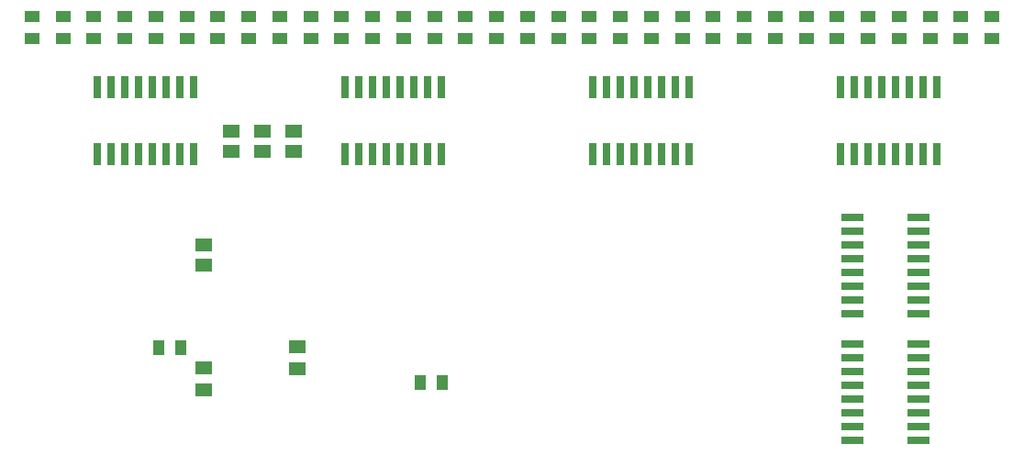
<source format=gbr>
G04 EAGLE Gerber RS-274X export*
G75*
%MOMM*%
%FSLAX34Y34*%
%LPD*%
%INSolderpaste Bottom*%
%IPPOS*%
%AMOC8*
5,1,8,0,0,1.08239X$1,22.5*%
G01*
%ADD10R,1.600000X1.300000*%
%ADD11R,1.100000X1.400000*%
%ADD12R,0.660400X2.032000*%
%ADD13R,2.032000X0.660400*%
%ADD14R,1.400000X1.100000*%
%ADD15R,1.500000X1.300000*%


D10*
X184150Y94775D03*
X184150Y114775D03*
X269875Y113825D03*
X269875Y133825D03*
D11*
X142400Y133350D03*
X162400Y133350D03*
X383700Y101600D03*
X403700Y101600D03*
D12*
X85725Y373634D03*
X85725Y312166D03*
X98425Y373634D03*
X111125Y373634D03*
X98425Y312166D03*
X111125Y312166D03*
X123825Y373634D03*
X123825Y312166D03*
X136525Y373634D03*
X136525Y312166D03*
X149225Y373634D03*
X161925Y373634D03*
X149225Y312166D03*
X161925Y312166D03*
X174625Y373634D03*
X174625Y312166D03*
X314325Y373634D03*
X314325Y312166D03*
X327025Y373634D03*
X339725Y373634D03*
X327025Y312166D03*
X339725Y312166D03*
X352425Y373634D03*
X352425Y312166D03*
X365125Y373634D03*
X365125Y312166D03*
X377825Y373634D03*
X390525Y373634D03*
X377825Y312166D03*
X390525Y312166D03*
X403225Y373634D03*
X403225Y312166D03*
X542925Y373634D03*
X542925Y312166D03*
X555625Y373634D03*
X568325Y373634D03*
X555625Y312166D03*
X568325Y312166D03*
X581025Y373634D03*
X581025Y312166D03*
X593725Y373634D03*
X593725Y312166D03*
X606425Y373634D03*
X619125Y373634D03*
X606425Y312166D03*
X619125Y312166D03*
X631825Y373634D03*
X631825Y312166D03*
D13*
X843534Y254000D03*
X782066Y254000D03*
X843534Y241300D03*
X843534Y228600D03*
X782066Y241300D03*
X782066Y228600D03*
X843534Y215900D03*
X782066Y215900D03*
X843534Y203200D03*
X782066Y203200D03*
X843534Y190500D03*
X843534Y177800D03*
X782066Y190500D03*
X782066Y177800D03*
X843534Y165100D03*
X782066Y165100D03*
D14*
X25400Y418625D03*
X25400Y438625D03*
X282575Y418625D03*
X282575Y438625D03*
X311150Y418625D03*
X311150Y438625D03*
X339725Y418625D03*
X339725Y438625D03*
X368300Y418625D03*
X368300Y438625D03*
X396875Y418625D03*
X396875Y438625D03*
X425450Y418625D03*
X425450Y438625D03*
X454025Y418625D03*
X454025Y438625D03*
X482600Y418625D03*
X482600Y438625D03*
X511175Y418625D03*
X511175Y438625D03*
X539750Y418625D03*
X539750Y438625D03*
X53975Y418625D03*
X53975Y438625D03*
X568325Y418625D03*
X568325Y438625D03*
X596900Y418625D03*
X596900Y438625D03*
X625475Y418625D03*
X625475Y438625D03*
X654050Y418625D03*
X654050Y438625D03*
X682625Y418625D03*
X682625Y438625D03*
D15*
X184150Y209575D03*
X184150Y228575D03*
D14*
X82550Y418625D03*
X82550Y438625D03*
X111125Y418625D03*
X111125Y438625D03*
D15*
X266700Y333350D03*
X266700Y314350D03*
X238125Y333350D03*
X238125Y314350D03*
X209550Y333350D03*
X209550Y314350D03*
D14*
X139700Y418625D03*
X139700Y438625D03*
X168275Y418625D03*
X168275Y438625D03*
X196850Y418625D03*
X196850Y438625D03*
X225425Y418625D03*
X225425Y438625D03*
X254000Y418625D03*
X254000Y438625D03*
D12*
X771525Y373634D03*
X771525Y312166D03*
X784225Y373634D03*
X796925Y373634D03*
X784225Y312166D03*
X796925Y312166D03*
X809625Y373634D03*
X809625Y312166D03*
X822325Y373634D03*
X822325Y312166D03*
X835025Y373634D03*
X847725Y373634D03*
X835025Y312166D03*
X847725Y312166D03*
X860425Y373634D03*
X860425Y312166D03*
D14*
X711200Y418625D03*
X711200Y438625D03*
X739775Y418625D03*
X739775Y438625D03*
X768350Y418625D03*
X768350Y438625D03*
X796925Y418625D03*
X796925Y438625D03*
X825500Y418625D03*
X825500Y438625D03*
X854075Y418625D03*
X854075Y438625D03*
X882650Y418625D03*
X882650Y438625D03*
X911225Y418625D03*
X911225Y438625D03*
D13*
X843534Y136525D03*
X782066Y136525D03*
X843534Y123825D03*
X843534Y111125D03*
X782066Y123825D03*
X782066Y111125D03*
X843534Y98425D03*
X782066Y98425D03*
X843534Y85725D03*
X782066Y85725D03*
X843534Y73025D03*
X843534Y60325D03*
X782066Y73025D03*
X782066Y60325D03*
X843534Y47625D03*
X782066Y47625D03*
M02*

</source>
